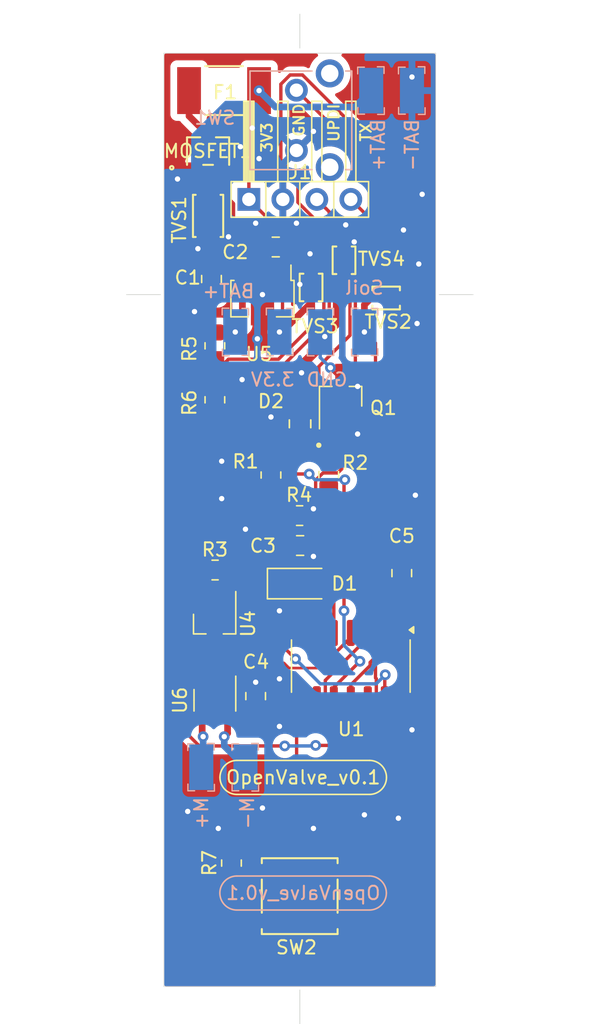
<source format=kicad_pcb>
(kicad_pcb (version 20241229) (generator "pcbnew") (generator_version "9.0")
  (layers (0 "F.Cu" signal) (2 "B.Cu" signal) (13 "F.Paste" user) (15 "B.Paste" user) (5 "F.SilkS" user "F.Silkscreen") (7 "B.SilkS" user "B.Silkscreen") (1 "F.Mask" user) (3 "B.Mask" user) (25 "Edge.Cuts" user))
  (net 0 "")
  (net 1 "+BATT")
  (net 2 "GND")
  (net 3 "+3V3")
  (net 4 "/CurrentSensing")
  (net 5 "/UPDI")
  (net 6 "/UART_TX")
  (net 7 "/Soilmoisture")
  (net 8 "/SoilSensorOn")
  (net 9 "/LED_G")
  (net 10 "/LED_R")
  (net 11 "/BatterySensing")
  (net 12 "/MotorStop")
  (net 13 "/Motor-")
  (net 14 "/Motor+")
  (net 15 "/Hall")
  (net 16 "Net-(U4-Vs-)")
  (net 17 "Net-(J5-Pin_1)")
  (net 18 "Net-(J7-Pin_1)")
  (net 19 "Net-(J8-Pin_1)")
  (net 20 "Net-(D2-Pad1)")
  (net 21 "Net-(D2-Pad3)")
  (net 22 "Net-(J3-Pin_1)")
  (net 25 "Net-(F1-Pad2)")
  (footprint "SOT23:PinHeader_1x04_P2.54mm_Horizontal_spezial" (layer "F.Cu") (at 128.27 78.232 90)
    (property "Reference" "J1" (at 2.032 3.822 180) (layer "F.SilkS"))
    (property "Value" "0022232041")
    (pad "1" thru_hole rect (at 0 0 90) (size 1.7 1.7) (drill 1) (layers "*.Cu" "*.Mask") (net 3 "+3V3"))
    (pad "2" thru_hole oval (at 0 2.54 90) (size 1.7 1.7) (drill 1) (layers "*.Cu" "*.Mask") (net 2 "GND"))
    (pad "3" thru_hole oval (at 0 5.08 90) (size 1.7 1.7) (drill 1) (layers "*.Cu" "*.Mask") (net 5 "/UPDI"))
    (pad "4" thru_hole oval (at 0 7.62 90) (size 1.7 1.7) (drill 1) (layers "*.Cu" "*.Mask") (net 6 "/UART_TX"))
  )
  (footprint "Package_TO_SOT_SMD:SOT-23_Handsoldering" (layer "F.Cu") (at 135.128 92.964 90)
    (property "Reference" "Q1" (at -0.846 3.192 180) (layer "F.SilkS"))
    (property "Value" "2N7002K-AU_R1_000A2")
    (pad "1" smd rect (at -1.5 -0.95 90) (size 1.9 0.8) (layers "F.Cu" "F.Mask" "F.Paste") (net 8 "/SoilSensorOn"))
    (pad "2" smd rect (at -1.5 0.95 90) (size 1.9 0.8) (layers "F.Cu" "F.Mask" "F.Paste") (net 2 "GND"))
    (pad "3" smd rect (at 1.5 0 90) (size 1.9 0.8) (layers "F.Cu" "F.Mask" "F.Paste") (net 17 "Net-(J5-Pin_1)"))
  )
  (footprint "Resistor_SMD:R_0805_2012Metric_Pad1.20x1.40mm_HandSolder" (layer "F.Cu") (at 129.921 98.822 -90)
    (property "Reference" "R1" (at -1.012 1.901 0) (layer "F.SilkS"))
    (property "Value" "62 Ohm")
    (pad "1" smd roundrect (at -1 0 270) (size 1.2 1.4) (layers "F.Cu" "F.Mask" "F.Paste") (roundrect_rratio 0.2083333333) (net 21 "Net-(D2-Pad3)"))
    (pad "2" smd roundrect (at 1 0 270) (size 1.2 1.4) (layers "F.Cu" "F.Mask" "F.Paste") (roundrect_rratio 0.2083333333) (net 9 "/LED_G"))
  )
  (footprint "Resistor_SMD:R_0805_2012Metric_Pad1.20x1.40mm_HandSolder" (layer "F.Cu") (at 125.73 89.17 -90)
    (property "Reference" "R5" (at 0.227064 1.905 270) (layer "F.SilkS"))
    (property "Value" "2M")
    (pad "1" smd roundrect (at -1 0 270) (size 1.2 1.4) (layers "F.Cu" "F.Mask" "F.Paste") (roundrect_rratio 0.2083333333) (net 1 "+BATT"))
    (pad "2" smd roundrect (at 1 0 270) (size 1.2 1.4) (layers "F.Cu" "F.Mask" "F.Paste") (roundrect_rratio 0.2083333333) (net 11 "/BatterySensing"))
  )
  (footprint "Resistor_SMD:R_0805_2012Metric_Pad1.20x1.40mm_HandSolder" (layer "F.Cu") (at 134.239 98.79 -90)
    (property "Reference" "R2" (at -0.88 -1.981 180) (layer "F.SilkS"))
    (property "Value" "100 Ohm")
    (pad "1" smd roundrect (at -1 0 270) (size 1.2 1.4) (layers "F.Cu" "F.Mask" "F.Paste") (roundrect_rratio 0.2083333333) (net 20 "Net-(D2-Pad1)"))
    (pad "2" smd roundrect (at 1 0 270) (size 1.2 1.4) (layers "F.Cu" "F.Mask" "F.Paste") (roundrect_rratio 0.2083333333) (net 10 "/LED_R"))
  )
  (footprint "Package_SO:SOIC-14_3.9x8.7mm_P1.27mm" (layer "F.Cu") (at 135.89 113.095 -90)
    (property "Reference" "U1" (at 4.715 -0.03 180) (layer "F.SilkS"))
    (property "Value" "ATtiny804-SS")
    (pad "1" smd roundrect (at -2.475 -3.81 270) (size 1.95 0.6) (layers "F.Cu" "F.Mask" "F.Paste") (net 3 "+3V3"))
    (pad "2" smd roundrect (at -2.475 -2.54 270) (size 1.95 0.6) (layers "F.Cu" "F.Mask" "F.Paste") (net 11 "/BatterySensing"))
    (pad "3" smd roundrect (at -2.475 -1.27 270) (size 1.95 0.6) (layers "F.Cu" "F.Mask" "F.Paste") (net 12 "/MotorStop"))
    (pad "4" smd roundrect (at -2.475 0 270) (size 1.95 0.6) (layers "F.Cu" "F.Mask" "F.Paste") (net 13 "/Motor-"))
    (pad "5" smd roundrect (at -2.475 1.27 270) (size 1.95 0.6) (layers "F.Cu" "F.Mask" "F.Paste") (net 10 "/LED_R"))
    (pad "6" smd roundrect (at -2.475 2.54 270) (size 1.95 0.6) (layers "F.Cu" "F.Mask" "F.Paste") (net 9 "/LED_G"))
    (pad "7" smd roundrect (at -2.475 3.81 270) (size 1.95 0.6) (layers "F.Cu" "F.Mask" "F.Paste") (net 6 "/UART_TX"))
    (pad "8" smd roundrect (at 2.475 3.81 270) (size 1.95 0.6) (layers "F.Cu" "F.Mask" "F.Paste") (net 14 "/Motor+"))
    (pad "9" smd roundrect (at 2.475 2.54 270) (size 1.95 0.6) (layers "F.Cu" "F.Mask" "F.Paste") (net 15 "/Hall"))
    (pad "10" smd roundrect (at 2.475 1.27 270) (size 1.95 0.6) (layers "F.Cu" "F.Mask" "F.Paste") (net 5 "/UPDI"))
    (pad "11" smd roundrect (at 2.475 0 270) (size 1.95 0.6) (layers "F.Cu" "F.Mask" "F.Paste") (net 7 "/Soilmoisture"))
    (pad "12" smd roundrect (at 2.475 -1.27 270) (size 1.95 0.6) (layers "F.Cu" "F.Mask" "F.Paste") (net 8 "/SoilSensorOn"))
    (pad "13" smd roundrect (at 2.475 -2.54 270) (size 1.95 0.6) (layers "F.Cu" "F.Mask" "F.Paste") (net 4 "/CurrentSensing"))
    (pad "14" smd roundrect (at 2.475 -3.81 270) (size 1.95 0.6) (layers "F.Cu" "F.Mask" "F.Paste") (net 2 "GND"))
  )
  (footprint "Resistor_SMD:R_0805_2012Metric_Pad1.20x1.40mm_HandSolder" (layer "F.Cu") (at 125.73 93.202 -90)
    (property "Reference" "R6" (at 0.227064 1.905 270) (layer "F.SilkS"))
    (property "Value" "1M")
    (pad "1" smd roundrect (at -1 0 270) (size 1.2 1.4) (layers "F.Cu" "F.Mask" "F.Paste") (roundrect_rratio 0.2083333333) (net 11 "/BatterySensing"))
    (pad "2" smd roundrect (at 1 0 270) (size 1.2 1.4) (layers "F.Cu" "F.Mask" "F.Paste") (roundrect_rratio 0.2083333333) (net 2 "GND"))
  )
  (footprint "Package_TO_SOT_SMD:SOT-89-3" (layer "F.Cu") (at 129.286 85.344 -90)
    (property "Reference" "U5" (at 4.445 0.254 0) (layer "F.SilkS"))
    (property "Value" "AP7370-33Y-13")
    (pad "1" smd rect (at -1.65 -1.5 270) (size 1.3 0.9) (layers "F.Cu" "F.Mask" "F.Paste") (net 3 "+3V3"))
    (pad "2" smd custom (at -1.5625 0 270) (size 1.475 0.9) (layers "F.Cu" "F.Mask" "F.Paste") (net 2 "GND") (options (clearance outline) (anchor rect)) (primitives (gr_poly (pts (xy 0.7375 -0.8665) (xy 3.8625 -0.8665) (xy 3.8625 0.8665) (xy 0.7375 0.8665)) (width 0) (fill yes))))
    (pad "3" smd rect (at -1.65 1.5 270) (size 1.3 0.9) (layers "F.Cu" "F.Mask" "F.Paste") (net 1 "+BATT"))
  )
  (footprint "Capacitor_SMD:C_0805_2012Metric_Pad1.18x1.45mm_HandSolder" (layer "F.Cu") (at 125.476 84.1795 90)
    (property "Reference" "C1" (at 0.1055 -1.778 180) (layer "F.SilkS"))
    (property "Value" "1uF")
    (pad "1" smd roundrect (at -1.0375 0 90) (size 1.175 1.45) (layers "F.Cu" "F.Mask" "F.Paste") (roundrect_rratio 0.2127659574) (net 2 "GND"))
    (pad "2" smd roundrect (at 1.0375 0 90) (size 1.175 1.45) (layers "F.Cu" "F.Mask" "F.Paste") (roundrect_rratio 0.2127659574) (net 1 "+BATT"))
  )
  (footprint "Capacitor_SMD:C_0805_2012Metric_Pad1.18x1.45mm_HandSolder" (layer "F.Cu") (at 130.2805 81.788)
    (property "Reference" "C2" (at -3.0265 0.381 180) (layer "F.SilkS"))
    (property "Value" "1uF")
    (pad "1" smd roundrect (at -1.0375 0) (size 1.175 1.45) (layers "F.Cu" "F.Mask" "F.Paste") (roundrect_rratio 0.2127659574) (net 2 "GND"))
    (pad "2" smd roundrect (at 1.0375 0) (size 1.175 1.45) (layers "F.Cu" "F.Mask" "F.Paste") (roundrect_rratio 0.2127659574) (net 3 "+3V3"))
  )
  (footprint "Capacitor_SMD:C_0805_2012Metric_Pad1.18x1.45mm_HandSolder" (layer "F.Cu") (at 128.778 115.3375 -90)
    (property "Reference" "C4" (at -2.5615 -0.0254 0) (layer "F.SilkS"))
    (property "Value" "10uF")
    (pad "1" smd roundrect (at -1.0375 0 270) (size 1.175 1.45) (layers "F.Cu" "F.Mask" "F.Paste") (roundrect_rratio 0.2127659574) (net 2 "GND"))
    (pad "2" smd roundrect (at 1.0375 0 270) (size 1.175 1.45) (layers "F.Cu" "F.Mask" "F.Paste") (roundrect_rratio 0.2127659574) (net 16 "Net-(U4-Vs-)"))
  )
  (footprint "Package_TO_SOT_SMD:SOT-23-6" (layer "F.Cu") (at 125.73 115.65 -90)
    (property "Reference" "U6" (at 0 2.61 270) (layer "F.SilkS"))
    (property "Value" "MP6513GJ")
    (pad "1" smd roundrect (at -1.1375 -0.95 270) (size 1.325 0.6) (layers "F.Cu" "F.Mask" "F.Paste") (net 14 "/Motor+"))
    (pad "2" smd roundrect (at -1.1375 0 270) (size 1.325 0.6) (layers "F.Cu" "F.Mask" "F.Paste") (net 2 "GND"))
    (pad "3" smd roundrect (at -1.1375 0.95 270) (size 1.325 0.6) (layers "F.Cu" "F.Mask" "F.Paste") (net 13 "/Motor-"))
    (pad "4" smd roundrect (at 1.1375 0.95 270) (size 1.325 0.6) (layers "F.Cu" "F.Mask" "F.Paste") (net 19 "Net-(J8-Pin_1)"))
    (pad "5" smd roundrect (at 1.1375 0 270) (size 1.325 0.6) (layers "F.Cu" "F.Mask" "F.Paste") (net 16 "Net-(U4-Vs-)"))
    (pad "6" smd roundrect (at 1.1375 -0.95 270) (size 1.325 0.6) (layers "F.Cu" "F.Mask" "F.Paste") (net 18 "Net-(J7-Pin_1)"))
  )
  (footprint "Resistor_SMD:R_0805_2012Metric_Pad1.20x1.40mm_HandSolder" (layer "F.Cu") (at 125.746 105.918 180)
    (property "Reference" "R3" (at 0.016 1.524 180) (layer "F.SilkS"))
    (property "Value" "0.5 Ohm")
    (pad "1" smd roundrect (at -1 0 180) (size 1.2 1.4) (layers "F.Cu" "F.Mask" "F.Paste") (roundrect_rratio 0.2083333333) (net 16 "Net-(U4-Vs-)"))
    (pad "2" smd roundrect (at 1 0 180) (size 1.2 1.4) (layers "F.Cu" "F.Mask" "F.Paste") (roundrect_rratio 0.2083333333) (net 1 "+BATT"))
  )
  (footprint "Capacitor_SMD:C_0805_2012Metric_Pad1.18x1.45mm_HandSolder" (layer "F.Cu") (at 132.1015 104.0892 180)
    (property "Reference" "C3" (at 2.7815 -0.0208 0) (layer "F.SilkS"))
    (property "Value" "100nF")
    (pad "1" smd roundrect (at -1.0375 0 180) (size 1.175 1.45) (layers "F.Cu" "F.Mask" "F.Paste") (roundrect_rratio 0.2127659574) (net 2 "GND"))
    (pad "2" smd roundrect (at 1.0375 0 180) (size 1.175 1.45) (layers "F.Cu" "F.Mask" "F.Paste") (roundrect_rratio 0.2127659574) (net 4 "/CurrentSensing"))
  )
  (footprint "Resistor_SMD:R_0805_2012Metric_Pad1.20x1.40mm_HandSolder" (layer "F.Cu") (at 132.064 101.854 180)
    (property "Reference" "R4" (at 0.044 1.544 0) (layer "F.SilkS"))
    (property "Value" "665 Ohm")
    (pad "1" smd roundrect (at -1 0 180) (size 1.2 1.4) (layers "F.Cu" "F.Mask" "F.Paste") (roundrect_rratio 0.2083333333) (net 2 "GND"))
    (pad "2" smd roundrect (at 1 0 180) (size 1.2 1.4) (layers "F.Cu" "F.Mask" "F.Paste") (roundrect_rratio 0.2083333333) (net 4 "/CurrentSensing"))
  )
  (footprint "ZXCT1009F:SOT-23_Handsoldering_ZXCT1009F" (layer "F.Cu") (at 125.7116 109.9302 -90)
    (property "Reference" "U4" (at 0 -2.5 270) (layer "F.SilkS"))
    (property "Value" "ZXCT1009F")
    (pad "1" smd rect (at 1.5 0 270) (size 1.9 0.8) (layers "F.Cu" "F.Mask" "F.Paste") (net 4 "/CurrentSensing"))
    (pad "2" smd rect (at -1.5 0.95 270) (size 1.9 0.8) (layers "F.Cu" "F.Mask" "F.Paste") (net 1 "+BATT"))
    (pad "3" smd rect (at -1.5 -0.95 270) (size 1.9 0.8) (layers "F.Cu" "F.Mask" "F.Paste") (net 16 "Net-(U4-Vs-)"))
  )
  (footprint "SOT23:SOT-23F_TOS" (layer "F.Cu") (at 125.222 74.6219)
    (property "Reference" "MOSFET1" (at 0 0 0) (layer "F.SilkS"))
    (property "Value" "SSM3J338R_LF")
    (pad "1" smd rect (at -0.950001 1.1) (size 0.5 0.6) (layers "F.Cu" "F.Mask" "F.Paste") (net 2 "GND"))
    (pad "2" smd rect (at 0.95 1.1) (size 0.5 0.6) (layers "F.Cu" "F.Mask" "F.Paste") (net 1 "+BATT"))
    (pad "3" smd rect (at 0 -1.1) (size 0.5 0.6) (layers "F.Cu" "F.Mask" "F.Paste") (net 25 "Net-(F1-Pad2)"))
  )
  (footprint "ESDA041-1JY:CR_041-1JY_STM" (layer "F.Cu") (at 135.382 82.7786 -90)
    (property "Reference" "TVS4" (at -0.1016 -2.794 0) (layer "F.SilkS"))
    (property "Value" "ESDA041-1JY")
    (pad "1" smd rect (at -1.15 0 270) (size 1 0.6) (layers "F.Cu" "F.Mask" "F.Paste") (net 2 "GND"))
    (pad "2" smd rect (at 1.15 0 270) (size 1 0.6) (layers "F.Cu" "F.Mask" "F.Paste") (net 17 "Net-(J5-Pin_1)"))
  )
  (footprint "SMF13A:SMFSeries_LTF" (layer "F.Cu") (at 125.222 79.4639 90)
    (property "Reference" "TVS1" (at -0.2921 -2.159 90) (layer "F.SilkS"))
    (property "Value" "SMF13A")
    (pad "1" smd rect (at -1.45 0 90) (size 1.3 1.4) (layers "F.Cu" "F.Mask" "F.Paste") (net 2 "GND"))
    (pad "2" smd rect (at 1.45 0 90) (size 1.3 1.4) (layers "F.Cu" "F.Mask" "F.Paste") (net 1 "+BATT"))
    (zone (net 0) (net_name "") (layer "F.Cu") (connect_pads (clearance 0)) (min_thickness 0.254)
      (keepout (tracks not_allowed) (vias not_allowed) (pads allowed) (copperpour not_allowed) (footprints allowed))
      (fill (thermal_gap 0.508) (thermal_bridge_width 0.508))
      (polygon (pts (xy 124.2695 80.4799) (xy 124.2695 78.4479) (xy 126.1745 78.4479) (xy 126.1745 80.4799)))
    )
  )
  (footprint "LED_SMD:LED_1206_3216Metric_Pad1.42x1.75mm_HandSolder" (layer "F.Cu") (at 132.1165 106.934)
    (property "Reference" "D1" (at 3.3035 0 0) (layer "F.SilkS"))
    (property "Value" "APTD3216QBC/D")
    (pad "1" smd roundrect (at -1.4875 0) (size 1.425 1.75) (layers "F.Cu" "F.Mask" "F.Paste") (roundrect_rratio 0.175439) (net 2 "GND"))
    (pad "2" smd roundrect (at 1.4875 0) (size 1.425 1.75) (layers "F.Cu" "F.Mask" "F.Paste") (roundrect_rratio 0.175439) (net 6 "/UART_TX"))
  )
  (footprint "PTS526_SK15_SMTR2_LFS:PTS526SK15SMTR2 LFS-M" (layer "F.Cu") (at 132.07 130.28 180)
    (property "Reference" "SW2" (at 0.244 -3.832 0) (layer "F.SilkS"))
    (property "Value" "PTS526 SM15 SMTR2 LFS")
    (pad "1" smd rect (at -3 -1.85 180) (size 1 0.7) (layers "F.Cu" "F.Mask" "F.Paste"))
    (pad "2" smd rect (at 3 -1.85 180) (size 1 0.7) (layers "F.Cu" "F.Mask" "F.Paste") (net 3 "+3V3"))
    (pad "3" smd rect (at -3 1.85 180) (size 1 0.7) (layers "F.Cu" "F.Mask" "F.Paste"))
    (pad "4" smd rect (at 3 1.85 180) (size 1 0.7) (layers "F.Cu" "F.Mask" "F.Paste") (net 15 "/Hall"))
  )
  (footprint "0ZCG0075FF2C:0ZCG0075FF2C" (layer "F.Cu") (at 126.4158 70.104 180)
    (property "Reference" "F1" (at -0.0762 -0.127 0) (layer "F.SilkS"))
    (property "Value" "0ZCG0075FF2C")
    (pad "1" smd rect (at -2.6162 0 180) (size 1.778 3.5052) (layers "F.Cu" "F.Mask" "F.Paste") (net 22 "Net-(J3-Pin_1)"))
    (pad "2" smd rect (at 2.6162 0 180) (size 1.778 3.5052) (layers "F.Cu" "F.Mask" "F.Paste") (net 25 "Net-(F1-Pad2)"))
    (zone (net 0) (net_name "") (layer "F.Cu") (connect_pads (clearance 0)) (min_thickness 0.254)
      (keepout (tracks not_allowed) (vias not_allowed) (pads allowed) (copperpour not_allowed) (footprints allowed))
      (fill (thermal_gap 0.508) (thermal_bridge_width 0.508))
      (polygon (pts (xy 128.0922 71.8058) (xy 124.7394 71.8058) (xy 124.7394 68.4022) (xy 128.0922 68.4022)))
    )
  )
  (footprint "ESDA041-1JY:CR_041-1JY_STM" (layer "F.Cu") (at 138.5316 85.598 180)
    (property "Reference" "TVS2" (at -0.1524 -1.778 0) (layer "F.SilkS"))
    (property "Value" "ESDA041-1JY")
    (pad "1" smd rect (at -1.15 0 180) (size 1 0.6) (layers "F.Cu" "F.Mask" "F.Paste") (net 2 "GND"))
    (pad "2" smd rect (at 1.15 0 180) (size 1 0.6) (layers "F.Cu" "F.Mask" "F.Paste") (net 7 "/Soilmoisture"))
  )
  (footprint "ESDA041-1JY:CR_041-1JY_STM" (layer "F.Cu") (at 132.92 84.8106 -90)
    (property "Reference" "TVS3" (at 2.8994 -0.3 0) (layer "F.SilkS"))
    (property "Value" "ESDA041-1JY")
    (pad "1" smd rect (at -1.15 0 270) (size 1 0.6) (layers "F.Cu" "F.Mask" "F.Paste") (net 2 "GND"))
    (pad "2" smd rect (at 1.15 0 270) (size 1 0.6) (layers "F.Cu" "F.Mask" "F.Paste") (net 3 "+3V3"))
  )
  (footprint "Capacitor_SMD:C_0805_2012Metric_Pad1.18x1.45mm_HandSolder" (layer "F.Cu") (at 139.7 106.1505 -90)
    (property "Reference" "C5" (at -2.7725 0 180) (layer "F.SilkS"))
    (property "Value" "1uF")
    (pad "1" smd roundrect (at -1.0375 0 270) (size 1.175 1.45) (layers "F.Cu" "F.Mask" "F.Paste") (roundrect_rratio 0.2127659574) (net 2 "GND"))
    (pad "2" smd roundrect (at 1.0375 0 270) (size 1.175 1.45) (layers "F.Cu" "F.Mask" "F.Paste") (roundrect_rratio 0.2127659574) (net 3 "+3V3"))
  )
  (footprint "XZMDKVG55W-8:LED_XZMDKVG55W-8" (layer "F.Cu") (at 132.097 94.996 180)
    (property "Reference" "D2" (at 2.177 1.686 0) (layer "F.SilkS"))
    (property "Value" "XZMDKVG55W-8")
    (pad "1" smd rect (at -0.525 -1.6 270) (size 2 0.55) (layers "F.Cu" "F.Mask" "F.Paste") (net 20 "Net-(D2-Pad1)"))
    (pad "2" smd rect (at -0.525 1.6 270) (size 2 0.55) (layers "F.Cu" "F.Mask" "F.Paste") (net 2 "GND"))
    (pad "3" smd rect (at 0.525 -1.6 270) (size 2 0.55) (layers "F.Cu" "F.Mask" "F.Paste") (net 21 "Net-(D2-Pad3)"))
    (pad "4" smd rect (at 0.525 1.6 270) (size 2 0.55) (layers "F.Cu" "F.Mask" "F.Paste") (net 2 "GND"))
  )
  (footprint "Resistor_SMD:R_0805_2012Metric_Pad1.20x1.40mm_HandSolder" (layer "F.Cu") (at 126.97 127.81 90)
    (property "Reference" "R7" (at 0 -1.65 90) (layer "F.SilkS"))
    (property "Value" "10k")
    (pad "1" smd roundrect (at -1 0 90) (size 1.2 1.4) (layers "F.Cu" "F.Mask" "F.Paste") (roundrect_rratio 0.208333) (net 15 "/Hall"))
    (pad "2" smd roundrect (at 1 0 90) (size 1.2 1.4) (layers "F.Cu" "F.Mask" "F.Paste") (roundrect_rratio 0.208333) (net 2 "GND"))
  )
  (footprint "digikey-footprints:PROBE_PAD_1206" (layer "B.Cu") (at 140.462 70.104 -90)
    (property "Reference" "J2" (hide yes))
    (property "Value" "Conn_01x01_Male")
    (pad "1" smd rect (at 0 0 270) (size 3.4 1.8) (layers "B.Cu" "B.Mask" "B.Paste") (net 2 "GND"))
  )
  (footprint "digikey-footprints:PROBE_PAD_1206" (layer "B.Cu") (at 137.414 70.104 -90)
    (property "Reference" "J3" (hide yes))
    (property "Value" "Conn_01x01_Male")
    (pad "1" smd rect (at 0 0 270) (size 3.4 1.8) (layers "B.Cu" "B.Mask" "B.Paste") (net 22 "Net-(J3-Pin_1)"))
  )
  (footprint "digikey-footprints:PROBE_PAD_1206" (layer "B.Cu") (at 130.556 88.138 90)
    (property "Reference" "J4" (hide yes))
    (property "Value" "Conn_01x01_Male")
    (pad "1" smd rect (at 0 0 90) (size 3.4 1.8) (layers "B.Cu" "B.Mask" "B.Paste") (net 3 "+3V3"))
  )
  (footprint "digikey-footprints:PROBE_PAD_1206" (layer "B.Cu") (at 133.604 88.138 90)
    (property "Reference" "J5" (hide yes))
    (property "Value" "Conn_01x01_Male")
    (pad "1" smd rect (at 0 0 90) (size 3.4 1.8) (layers "B.Cu" "B.Mask" "B.Paste") (net 17 "Net-(J5-Pin_1)"))
  )
  (footprint "digikey-footprints:PROBE_PAD_1206" (layer "B.Cu") (at 136.906 88.138 90)
    (property "Reference" "J6" (hide yes))
    (property "Value" "Conn_01x01_Male")
    (pad "1" smd rect (at 0 0 90) (size 3.4 1.8) (layers "B.Cu" "B.Mask" "B.Paste") (net 7 "/Soilmoisture"))
  )
  (footprint "digikey-footprints:PROBE_PAD_1206" (layer "B.Cu") (at 124.714 120.65 -90)
    (property "Reference" "J8" (hide yes))
    (property "Value" "Conn_01x01_Male")
    (pad "1" smd rect (at 0 0 270) (size 3.4 1.8) (layers "B.Cu" "B.Mask" "B.Paste") (net 19 "Net-(J8-Pin_1)"))
  )
  (footprint "digikey-footprints:PROBE_PAD_1206" (layer "B.Cu") (at 128.016 120.65 -90)
    (property "Reference" "J7" (hide yes))
    (property "Value" "Conn_01x01_Male")
    (pad "1" smd rect (at 0 0 270) (size 3.4 1.8) (layers "B.Cu" "B.Mask" "B.Paste") (net 18 "Net-(J7-Pin_1)"))
  )
  (footprint "1825027-2:1825027-2" (layer "B.Cu") (at 131.826 74.5744 90)
    (property "Reference" "SW1" (at 2.4384 -6.096 180) (layer "B.SilkS") (effects (justify mirror)))
    (property "Value" "SW_Push" (hide yes))
    (pad "1" thru_hole circle (at 0 0 90) (size 1.7 1.7) (drill 1) (layers "*.Cu" "*.Mask") (net 2 "GND"))
    (pad "2" thru_hole circle (at 4.500001 0 90) (size 1.7 1.7) (drill 1) (layers "*.Cu" "*.Mask") (net 12 "/MotorStop"))
    (pad "3" thru_hole circle (at -1.255 2.490299 90) (size 2.1 2.1) (drill 1.3) (layers "*.Cu" "*.Mask"))
    (pad "4" thru_hole circle (at 5.755001 2.490299 90) (size 2.1 2.1) (drill 1.3) (layers "*.Cu" "*.Mask"))
  )
  (footprint "digikey-footprints:PROBE_PAD_1206" (layer "B.Cu") (at 127.254 88.138 90)
    (property "Reference" "J9" (hide yes))
    (property "Value" "Conn_01x01_Male")
    (pad "1" smd rect (at 0 0 90) (size 3.4 1.8) (layers "B.Cu" "B.Mask" "B.Paste") (net 1 "+BATT"))
  )
  (gr_arc (start 127.381 122.682) (mid 126.482974 122.310026) (end 126.111 121.412) (stroke (width 0.12)) (layer "F.SilkS"))
  (gr_arc (start 138.557 121.412) (mid 138.185026 122.310026) (end 137.287 122.682) (stroke (width 0.12)) (layer "F.SilkS"))
  (gr_line (start 137.287 120.142) (end 127.381 120.142) (stroke (width 0.12)) (layer "F.SilkS"))
  (gr_line (start 127.381 122.682) (end 137.287 122.682) (stroke (width 0.12)) (layer "F.SilkS"))
  (gr_arc (start 137.287 120.142) (mid 138.185026 120.513974) (end 138.557 121.412) (stroke (width 0.12)) (layer "F.SilkS"))
  (gr_arc (start 126.111 121.412) (mid 126.482974 120.513974) (end 127.381 120.142) (stroke (width 0.12)) (layer "F.SilkS"))
  (gr_arc (start 138.547974 130.048) (mid 138.176 130.946026) (end 137.277974 131.318) (stroke (width 0.12)) (layer "B.SilkS"))
  (gr_arc (start 127.371974 131.318) (mid 126.473948 130.946026) (end 126.101974 130.048) (stroke (width 0.12)) (layer "B.SilkS"))
  (gr_line (start 137.277974 131.318) (end 127.371974 131.318) (stroke (width 0.12)) (layer "B.SilkS"))
  (gr_arc (start 137.277974 128.778) (mid 138.176 129.149974) (end 138.547974 130.048) (stroke (width 0.12)) (layer "B.SilkS"))
  (gr_line (start 127.371974 128.778) (end 137.277974 128.778) (stroke (width 0.12)) (layer "B.SilkS"))
  (gr_arc (start 126.101974 130.048) (mid 126.473948 129.149974) (end 127.371974 128.778) (stroke (width 0.12)) (layer "B.SilkS"))
  (gr_line (start 121.92 137.033) (end 121.92 67.31) (stroke (width 0.05)) (layer "Edge.Cuts"))
  (gr_line (start 121.666 85.344) (end 119.126 85.344) (stroke (width 0.05588)) (layer "Edge.Cuts"))
  (gr_line (start 132.08 66.929) (end 132.08 64.389) (stroke (width 0.05588)) (layer "Edge.Cuts"))
  (gr_line (start 142.24 137.033) (end 121.92 137.033) (stroke (width 0.05)) (layer "Edge.Cuts"))
  (gr_line (start 145.034 85.344) (end 142.494 85.344) (stroke (width 0.05588)) (layer "Edge.Cuts"))
  (gr_line (start 132.08 139.827) (end 132.08 137.287) (stroke (width 0.05588)) (layer "Edge.Cuts"))
  (gr_line (start 142.24 67.31) (end 142.24 137.033) (stroke (width 0.05)) (layer "Edge.Cuts"))
  (gr_line (start 121.92 67.31) (end 142.24 67.31) (stroke (width 0.05)) (layer "Edge.Cuts"))
  (gr_text "TX" (at 137.02 73.21 90) (layer "F.SilkS") (effects (font (size 0.8 0.8))))
  (gr_text "GND" (at 132.02 72.31 90) (layer "F.SilkS") (effects (font (size 0.8 0.8))))
  (gr_text "3V3" (at 129.62 73.61 90) (layer "F.SilkS") (effects (font (size 0.8 0.8))))
  (gr_text "OpenValve_v0.1" (at 132.334 121.412 0) (layer "F.SilkS") (effects (font (size 1 1))))
  (gr_text "UPDI" (at 134.62 72.51 90) (layer "F.SilkS") (effects (font (size 0.8 0.8))))
  (gr_text "GND" (at 134.112 91.694 0) (layer "B.SilkS") (effects (font (size 1 1)) (justify mirror)))
  (gr_text "3.3V" (at 130.048 91.694 0) (layer "B.SilkS") (effects (font (size 1 1)) (justify mirror)))
  (gr_text "M-" (at 128.143 124.079 -270) (layer "B.SilkS") (effects (font (size 1 1)) (justify mirror)))
  (gr_text "BAT+" (at 126.746 85.09 0) (layer "B.SilkS") (effects (font (size 1 1)) (justify mirror)))
  (gr_text "Soil" (at 136.906 84.836 0) (layer "B.SilkS") (effects (font (size 1 1)) (justify mirror)))
  (gr_text "M+" (at 124.714 124.079 -270) (layer "B.SilkS") (effects (font (size 1 1)) (justify mirror)))
  (gr_text "BAT+" (at 137.922 74.168 90) (layer "B.SilkS") (effects (font (size 1 1)) (justify mirror)))
  (gr_text "BAT-" (at 140.462 74.168 90) (layer "B.SilkS") (effects (font (size 1 1)) (justify mirror)))
  (gr_text "OpenValve_v0.1" (at 132.334 130.048 0) (layer "B.SilkS") (effects (font (size 1 1)) (justify mirror)))
  (segment (start 124.421 89.479) (end 124.421 105.593) (width 0.5) (layer "F.Cu") (net 1))
  (segment (start 127.254 88.138) (end 127.254 87.884) (width 0.25) (layer "F.Cu") (net 1))
  (segment (start 124.7616 105.9336) (end 124.746 105.918) (width 0.25) (layer "F.Cu") (net 1))
  (segment (start 127 78.5919) (end 127 80.147214) (width 0.5) (layer "F.Cu") (net 1))
  (segment (start 126.422 78.0139) (end 127 78.5919) (width 0.5) (layer "F.Cu") (net 1))
  (segment (start 126.172001 75.8157) (end 126.172001 77.063899) (width 0.5) (layer "F.Cu") (net 1))
  (segment (start 127.636 83.694) (end 127.084 83.142) (width 0.25) (layer "F.Cu") (net 1))
  (segment (start 124.7616 108.4302) (end 124.7616 105.9336) (width 0.25) (layer "F.Cu") (net 1))
  (segment (start 125.222 78.0139) (end 126.422 78.0139) (width 0.5) (layer "F.Cu") (net 1))
  (segment (start 125.73 88.17) (end 124.421 89.479) (width 0.5) (layer "F.Cu") (net 1))
  (segment (start 126.172001 77.063899) (end 125.222 78.0139) (width 0.5) (layer "F.Cu") (net 1))
  (segment (start 127.786 83.694) (end 127.786 87.606) (width 0.5) (layer "F.Cu") (net 1))
  (segment (start 127.786 83.694) (end 127.636 83.694) (width 0.25) (layer "F.Cu") (net 1))
  (segment (start 127.084 83.142) (end 125.476 83.142) (width 0.25) (layer "F.Cu") (net 1))
  (segment (start 125.762 88.138) (end 125.73 88.17) (width 0.5) (layer "F.Cu") (net 1))
  (segment (start 127.786 87.606) (end 127.254 88.138) (width 0.5) (layer "F.Cu") (net 1))
  (segment (start 127.734 83.142) (end 127.786 83.194) (width 0.25) (layer "F.Cu") (net 1))
  (segment (start 127.786 80.933214) (end 127.786 83.694) (width 0.5) (layer "F.Cu") (net 1))
  (segment (start 127 80.147214) (end 127.786 80.933214) (width 0.5) (layer "F.Cu") (net 1))
  (segment (start 127.254 88.138) (end 125.762 88.138) (width 0.5) (layer "F.Cu") (net 1))
  (segment (start 124.421 105.593) (end 124.746 105.918) (width 0.5) (layer "F.Cu") (net 1))
  (via (at 127.254 88.138) (size 0.8) (drill 0.4) (layers "F.Cu" "B.Cu") (net 1))
  (segment (start 135.382 81.661) (end 135.89 81.661) (width 0.5) (layer "F.Cu") (net 2))
  (segment (start 127.927 113.449) (end 128.778 114.3) (width 0.5) (layer "F.Cu") (net 2))
  (segment (start 136.398 92.202) (end 136.398 94.144) (width 0.25) (layer "F.Cu") (net 2))
  (segment (start 136.398 94.144) (end 136.078 94.464) (width 0.25) (layer "F.Cu") (net 2))
  (segment (start 136.078 94.464) (end 136.078 95.438) (width 0.25) (layer "F.Cu") (net 2))
  (segment (start 139.7 115.57) (end 140.7 114.57) (width 0.25) (layer "F.Cu") (net 2))
  (segment (start 133.096 104.902) (end 133.096 104.1322) (width 0.25) (layer "F.Cu") (net 2))
  (segment (start 130.629 106.934) (end 130.629 108.893) (width 0.25) (layer "F.Cu") (net 2))
  (segment (start 140.7 106.113) (end 139.7 105.113) (width 0.25) (layer "F.Cu") (net 2))
  (segment (start 125.73 114.5125) (end 125.73 113.850001) (width 0.5) (layer "F.Cu") (net 2))
  (segment (start 126.131001 113.449) (end 127.927 113.449) (width 0.5) (layer "F.Cu") (net 2))
  (segment (start 131.826 74.5744) (end 131.826 74.422) (width 0.25) (layer "F.Cu") (net 2))
  (segment (start 125.73 113.850001) (end 126.131001 113.449) (width 0.5) (layer "F.Cu") (net 2))
  (segment (start 140.7 114.57) (end 140.7 106.113) (width 0.25) (layer "F.Cu") (net 2))
  (segment (start 124.46 81.8388) (end 125.222 81.0768) (width 0.25) (layer "F.Cu") (net 2))
  (segment (start 125.222 81.0768) (end 125.222 80.6059) (width 0.25) (layer "F.Cu") (net 2))
  (segment (start 133.096 101.822) (end 133.064 101.854) (width 0.25) (layer "F.Cu") (net 2))
  (segment (start 131.826 74.422) (end 133.096 73.152) (width 0.25) (layer "F.Cu") (net 2))
  (segment (start 124.46 81.915) (end 124.46 81.8388) (width 0.25) (layer "F.Cu") (net 2))
  (segment (start 133.096 101.346) (end 133.096 101.822) (width 0.25) (layer "F.Cu") (net 2))
  (segment (start 140.208 119.888) (end 139.954 119.634) (width 0.25) (layer "F.Cu") (net 2))
  (segment (start 136.078 95.438) (end 136.398 95.758) (width 0.25) (layer "F.Cu") (net 2))
  (segment (start 135.89 81.661) (end 136.144 81.407) (width 0.5) (layer "F.Cu") (net 2))
  (segment (start 133.096 104.1322) (end 133.139 104.0892) (width 0.25) (layer "F.Cu") (net 2))
  (segment (start 130.629 108.893) (end 130.556 108.966) (width 0.25) (layer "F.Cu") (net 2))
  (via (at 141.224 77.851) (size 0.8) (drill 0.4) (layers "F.Cu" "B.Cu") (net 2))
  (via (at 128.016 102.87) (size 0.8) (drill 0.4) (layers "F.Cu" "B.Cu") (net 2))
  (via (at 128.778 114.3) (size 0.8) (drill 0.4) (layers "F.Cu" "B.Cu") (net 2))
  (via (at 131.826 80.01) (size 0.8) (drill 0.4) (layers "F.Cu" "B.Cu") (net 2))
  (via (at 133.096 104.902) (size 0.8) (drill 0.4) (layers "F.Cu" "B.Cu") (net 2))
  (via (at 139.827 80.518) (size 0.8) (drill 0.4) (layers "F.Cu" "B.Cu") (net 2))
  (via (at 130.556 108.966) (size 0.8) (drill 0.4) (layers "F.Cu" "B.Cu") (net 2))
  (via (at 140.843 87.503) (size 0.8) (drill 0.4) (layers "F.Cu" "B.Cu") (net 2))
  (via (at 132.207 91.186) (size 0.8) (drill 0.4) (layers "F.Cu" "B.Cu") (net 2))
  (via (at 129.921 94.488) (size 0.8) (drill 0.4) (layers "F.Cu" "B.Cu") (net 2))
  (via (at 133.096 73.152) (size 0.8) (drill 0.4) (layers "F.Cu" "B.Cu") (net 2))
  (via (at 130.556 114.046) (size 0.8) (drill 0.4) (layers "F.Cu" "B.Cu") (net 2))
  (via (at 136.398 92.202) (size 0.8) (drill 0.4) (layers "F.Cu" "B.Cu") (net 2))
  (via (at 132.842 82.296) (size 0.8) (drill 0.4) (layers "F.Cu" "B.Cu") (net 2))
  (via (at 122.936 76.708) (size 0.8) (drill 0.4) (layers "F.Cu" "B.Cu") (net 2))
  (via (at 129.286 85.344) (size 0.8) (drill 0.4) (layers "F.Cu" "B.Cu") (net 2))
  (via (at 127.762 91.694) (size 0.8) (drill 0.4) (layers "F.Cu" "B.Cu") (net 2))
  (via (at 129.286 123.698) (size 0.8) (drill 0.4) (layers "F.Cu" "B.Cu") (net 2))
  (via (at 126.238 97.79) (size 0.8) (drill 0.4) (layers "F.Cu" "B.Cu") (net 2))
  (via (at 124.46 81.915) (size 0.8) (drill 0.4) (layers "F.Cu" "B.Cu") (net 2))
  (via (at 129.032 75.184) (size 0.8) (drill 0.4) (layers "F.Cu" "B.Cu") (net 2))
  (via (at 140.97 83.058) (size 0.8) (drill 0.4) (layers "F.Cu" "B.Cu") (net 2))
  (via (at 123.698 123.952) (size 0.8) (drill 0.4) (layers "F.Cu" "B.Cu") (net 2))
  (via (at 126.238 100.584) (size 0.8) (drill 0.4) (layers "F.Cu" "B.Cu") (net 2))
  (via (at 135.509 80.137) (size 0.8) (drill 0.4) (layers "F.Cu" "B.Cu") (net 2))
  (via (at 132.08 84.582) (size 0.8) (drill 0.4) (layers "F.Cu" "B.Cu") (net 2))
  (via (at 128.524 72.898) (size 0.8) (drill 0.4) (layers "F.Cu" "B.Cu") (net 2))
  (via (at 128.905 88.646) (size 0.8) (drill 0.4) (layers "F.Cu" "B.Cu") (net 2))
  (via (at 136.398 95.758) (size 0.8) (drill 0.4) (layers "F.Cu" "B.Cu") (net 2))
  (via (at 140.716 100.33) (size 0.8) (drill 0.4) (layers "F.Cu" "B.Cu") (net 2))
  (via (at 139.446 124.46) (size 0.8) (drill 0.4) (layers "F.Cu" "B.Cu") (net 2))
  (via (at 140.462 117.856) (size 0.8) (drill 0.4) (layers "F.Cu" "B.Cu") (net 2))
  (via (at 125.984 125.222) (size 0.8) (drill 0.4) (layers "F.Cu" "B.Cu") (net 2))
  (via (at 140.462 69.088) (size 0.8) (drill 0.4) (layers "F.Cu" "B.Cu") (net 2))
  (via (at 128.778 80.01) (size 0.8) (drill 0.4) (layers "F.Cu" "B.Cu") (net 2))
  (via (at 130.556 117.602) (size 0.8) (drill 0.4) (layers "F.Cu" "B.Cu") (net 2))
  (via (at 127.635 74.295) (size 0.8) (drill 0.4) (layers "F.Cu" "B.Cu") (net 2))
  (via (at 136.906 124.206) (size 0.8) (drill 0.4) (layers "F.Cu" "B.Cu") (net 2))
  (via (at 136.144 81.407) (size 0.8) (drill 0.4) (layers "F.Cu" "B.Cu") (net 2))
  (via (at 133.096 125.222) (size 0.8) (drill 0.4) (layers "F.Cu" "B.Cu") (net 2))
  (via (at 124.206 86.614) (size 0.8) (drill 0.4) (layers "F.Cu" "B.Cu") (net 2))
  (via (at 126.746 81.026) (size 0.8) (drill 0.4) (layers "F.Cu" "B.Cu") (net 2))
  (via (at 133.096 101.346) (size 0.8) (drill 0.4) (layers "F.Cu" "B.Cu") (net 2))
  (segment (start 140.462 70.104) (end 140.462 69.088) (width 0.25) (layer "B.Cu") (net 2))
  (segment (start 128.27 76.7179) (end 126.698 75.1459) (width 0.25) (layer "F.Cu") (net 3))
  (segment (start 137.795 117.3159) (end 136.29045 118.82045) (width 0.25) (layer "F.Cu") (net 3))
  (segment (start 123.0319 117.5293) (end 123.0319 78.3461) (width 0.25) (layer "F.Cu") (net 3))
  (segment (start 130.786 87.908) (end 130.556 88.138) (width 0.25) (layer "F.Cu") (net 3))
  (segment (start 136.29045 118.82045) (end 135.0349 120.076) (width 0.25) (layer "F.Cu") (net 3))
  (segment (start 139.7 111.0207) (end 137.736 112.9847) (width 0.25) (layer "F.Cu") (net 3))
  (segment (start 130.7426 88.138) (end 132.92 85.9606) (width 0.5) (layer "F.Cu") (net 3))
  (segment (start 133.26 119.02) (end 136.0909 119.02) (width 0.25) (layer "F.Cu") (net 3))
  (segment (start 131.318 83.162) (end 130.786 83.694) (width 0.25) (layer "F.Cu") (net 3))
  (segment (start 139.743 110.577) (end 139.7 110.62) (width 0.25) (layer "F.Cu") (net 3))
  (segment (start 137.736 112.9847) (end 137.736 113.9731) (width 0.25) (layer "F.Cu") (net 3))
  (segment (start 130.95 119.06) (end 124.5626 119.06) (width 0.25) (layer "F.Cu") (net 3))
  (segment (start 131.318 81.28) (end 131.318 81.788) (width 0.25) (layer "F.Cu") (net 3))
  (segment (start 130.556 88.138) (end 130.7426 88.138) (width 0.5) (layer "F.Cu") (net 3))
  (segment (start 125.646 75.1459) (end 125.646 75.732) (width 0.25) (layer "F.Cu") (net 3))
  (segment (start 137.795 114.0321) (end 137.795 117.3159) (width 0.25) (layer "F.Cu") (net 3))
  (segment (start 137.736 113.9731) (end 137.795 114.0321) (width 0.25) (layer "F.Cu") (net 3))
  (segment (start 128.27 78.232) (end 131.318 81.28) (width 0.25) (layer "F.Cu") (net 3))
  (segment (start 131.318 81.788) (end 131.318 83.162) (width 0.25) (layer "F.Cu") (net 3))
  (segment (start 128.27 78.232) (end 128.27 76.7179) (width 0.25) (layer "F.Cu") (net 3))
  (segment (start 126.698 75.1459) (end 125.646 75.1459) (width 0.25) (layer "F.Cu") (net 3))
  (segment (start 125.646 75.732) (end 123.0319 78.3461) (width 0.25) (layer "F.Cu") (net 3))
  (segment (start 139.7 110.62) (end 139.7 111.0207) (width 0.25) (layer "F.Cu") (net 3))
  (segment (start 135.0349 126.1651) (end 135.0349 120.076) (width 0.25) (layer "F.Cu") (net 3))
  (segment (start 130.786 83.694) (end 130.786 87.908) (width 0.25) (layer "F.Cu") (net 3))
  (segment (start 139.743 107.442) (end 139.743 110.577) (width 0.25) (layer "F.Cu") (net 3))
  (segment (start 129.07 132.13) (end 135.0349 126.1651) (width 0.25) (layer "F.Cu") (net 3))
  (segment (start 136.0909 119.02) (end 136.29045 118.82045) (width 0.25) (layer "F.Cu") (net 3))
  (segment (start 124.5626 119.06) (end 123.0319 117.5293) (width 0.25) (layer "F.Cu") (net 3))
  (via (at 133.26 119.02) (size 0.8) (drill 0.4) (layers "F.Cu" "B.Cu") (net 3))
  (via (at 130.95 119.06) (size 0.8) (drill 0.4) (layers "F.Cu" "B.Cu") (net 3))
  (via (at 130.556 88.138) (size 0.8) (drill 0.4) (layers "F.Cu" "B.Cu") (net 3))
  (segment (start 133.22 119.06) (end 133.26 119.02) (width 0.25) (layer "B.Cu") (net 3))
  (segment (start 130.95 119.06) (end 133.22 119.06) (width 0.25) (layer "B.Cu") (net 3))
  (segment (start 129.3706 110.18) (end 129.3706 105.7826) (width 0.25) (layer "F.Cu") (net 4))
  (segment (start 138.43 115.57) (end 138.43 113.7788) (width 0.25) (layer "F.Cu") (net 4))
  (segment (start 138.43 113.7788) (end 138.4646 113.7442) (width 0.25) (layer "F.Cu") (net 4))
  (segment (start 129.3706 110.18) (end 127.7887 110.18) (width 0.25) (layer "F.Cu") (net 4))
  (segment (start 131.064 104.0892) (end 131.064 101.854) (width 0.25) (layer "F.Cu") (net 4))
  (segment (start 127.7887 110.18) (end 126.5385 111.4302) (width 0.25) (layer "F.Cu") (net 4))
  (segment (start 126.5385 111.4302) (end 125.7116 111.4302) (width 0.25) (layer "F.Cu") (net 4))
  (segment (start 129.3706 110.18) (end 131.7545 112.5639) (width 0.25) (layer "F.Cu") (net 4))
  (segment (start 129.3706 105.7826) (end 131.064 104.0892) (width 0.25) (layer "F.Cu") (net 4))
  (via (at 131.7545 112.5639) (size 0.8) (drill 0.4) (layers "F.Cu" "B.Cu") (net 4))
  (via (at 138.4646 113.7442) (size 0.8) (drill 0.4) (layers "F.Cu" "B.Cu") (net 4))
  (segment (start 137.7892 114.4196) (end 138.4646 113.7442) (width 0.25) (layer "B.Cu") (net 4))
  (segment (start 131.7545 112.5639) (end 133.6102 114.4196) (width 0.25) (layer "B.Cu") (net 4))
  (segment (start 133.6102 114.4196) (end 137.7892 114.4196) (width 0.25) (layer "B.Cu") (net 4))
  (segment (start 134.62 114.6856) (end 134.62 115.57) (width 0.25) (layer "F.Cu") (net 5))
  (segment (start 135.382 103.632) (end 135.382 108.966) (width 0.25) (layer "F.Cu") (net 5))
  (segment (start 132.778965 98.744732) (end 129.292928 98.744732) (width 0.25) (layer "F.Cu") (net 5))
  (segment (start 128.356 97.807804) (end 128.356 93.111) (width 0.25) (layer "F.Cu") (net 5))
  (segment (start 136.5728 112.7328) (end 134.62 114.6856) (width 0.25) (layer "F.Cu") (net 5))
  (segment (start 134.277 87.19) (end 134.277 79.159) (width 0.25) (layer "F.Cu") (net 5))
  (segment (start 134.0485 78.9305) (end 133.35 78.232) (width 0.25) (layer "F.Cu") (net 5))
  (segment (start 135.382 99.23681) (end 135.447266 99.171544) (width 0.25) (layer "F.Cu") (net 5))
  (segment (start 128.356 93.111) (end 134.277 87.19) (width 0.25) (layer "F.Cu") (net 5))
  (segment (start 134.277 79.159) (end 134.0485 78.9305) (width 0.25) (layer "F.Cu") (net 5))
  (segment (start 129.292928 98.744732) (end 128.356 97.807804) (width 0.25) (layer "F.Cu") (net 5))
  (segment (start 135.382 103.632) (end 135.382 99.23681) (width 0.25) (layer "F.Cu") (net 5))
  (via (at 135.382 108.966) (size 0.8) (drill 0.4) (layers "F.Cu" "B.Cu") (net 5))
  (via (at 135.447266 99.171544) (size 0.8) (drill 0.4) (layers "F.Cu" "B.Cu") (net 5))
  (via (at 132.778965 98.744732) (size 0.8) (drill 0.4) (layers "F.Cu" "B.Cu") (net 5))
  (via (at 136.5728 112.7328) (size 0.8) (drill 0.4) (layers "F.Cu" "B.Cu") (net 5))
  (segment (start 135.382 111.542) (end 136.5728 112.7328) (width 0.25) (layer "B.Cu") (net 5))
  (segment (start 135.447266 99.171544) (end 133.205777 99.171544) (width 0.25) (layer "B.Cu") (net 5))
  (segment (start 133.205777 99.171544) (end 132.778965 98.744732) (width 0.25) (layer "B.Cu") (net 5))
  (segment (start 135.382 108.966) (end 135.382 111.542) (width 0.25) (layer "B.Cu") (net 5))
  (segment (start 133.985 111.6039) (end 133.7004 111.8885) (width 0.25) (layer "F.Cu") (net 6))
  (segment (start 134.0157 106.5223) (end 134.0157 101.1873) (width 0.25) (layer "F.Cu") (net 6))
  (segment (start 133.604 106.934) (end 133.985 107.315) (width 0.25) (layer "F.Cu") (net 6))
  (segment (start 133.8 95.69) (end 133.502 95.69) (width 0.25) (layer "F.Cu") (net 6))
  (segment (start 134.913804 98.666) (end 135.215 98.364804) (width 0.25) (layer "F.Cu") (net 6))
  (segment (start 132.08 110.9791) (end 132.08 110.62) (width 0.25) (layer "F.Cu") (net 6))
  (segment (start 133.812196 98.666) (end 134.913804 98.666) (width 0.25) (layer "F.Cu") (net 6))
  (segment (start 136.8767 79.2187) (end 135.89 78.232) (width 0.25) (layer "F.Cu") (net 6))
  (segment (start 133.502 95.69) (end 133.502 90.712991) (width 0.25) (layer "F.Cu") (net 6))
  (segment (start 132.9894 111.8885) (end 132.08 110.9791) (width 0.25) (layer "F.Cu") (net 6))
  (segment (start 133.604 106.934) (end 134.0157 106.5223) (width 0.25) (layer "F.Cu") (net 6))
  (segment (start 133.502 90.712991) (end 135.829 88.385991) (width 0.25) (layer "F.Cu") (net 6))
  (segment (start 133.7004 111.8885) (end 132.9894 111.8885) (width 0.25) (layer "F.Cu") (net 6))
  (segment (start 135.829 85.0919) (end 136.8767 84.0442) (width 0.25) (layer "F.Cu") (net 6))
  (segment (start 136.8767 84.0442) (end 136.8767 79.2187) (width 0.25) (layer "F.Cu") (net 6))
  (segment (start 135.829 88.385991) (end 135.829 85.0919) (width 0.25) (layer "F.Cu") (net 6))
  (segment (start 133.985 107.315) (end 133.985 111.6039) (width 0.25) (layer "F.Cu") (net 6))
  (segment (start 133.263 99.215196) (end 133.812196 98.666) (width 0.25) (layer "F.Cu") (net 6))
  (segment (start 133.263 100.4346) (end 133.263 99.215196) (width 0.25) (layer "F.Cu") (net 6))
  (segment (start 134.0157 101.1873) (end 133.263 100.4346) (width 0.25) (layer "F.Cu") (net 6))
  (segment (start 135.215 98.364804) (end 135.215 97.105) (width 0.25) (layer "F.Cu") (net 6))
  (segment (start 135.215 97.105) (end 133.8 95.69) (width 0.25) (layer "F.Cu") (net 6))
  (segment (start 136.906 88.138) (end 136.906 86.106) (width 0.5) (layer "F.Cu") (net 7))
  (segment (start 136.906 86.106) (end 137.414 85.598) (width 0.5) (layer "F.Cu") (net 7))
  (segment (start 137.735 88.967) (end 137.735 112.420014) (width 0.25) (layer "F.Cu") (net 7))
  (segment (start 135.89 114.498) (end 135.89 115.57) (width 0.25) (layer "F.Cu") (net 7))
  (segment (start 136.906 88.138) (end 137.735 88.967) (width 0.25) (layer "F.Cu") (net 7))
  (segment (start 137.336 112.819015) (end 137.336 113.052) (width 0.25) (layer "F.Cu") (net 7))
  (segment (start 137.336 113.052) (end 135.89 114.498) (width 0.25) (layer "F.Cu") (net 7))
  (segment (start 137.735 112.420014) (end 137.336 112.819015) (width 0.25) (layer "F.Cu") (net 7))
  (via (at 136.906 88.138) (size 0.8) (drill 0.4) (layers "F.Cu" "B.Cu") (net 7))
  (segment (start 133.985 116.5977) (end 134.2766 116.8893) (width 0.25) (layer "F.Cu") (net 8))
  (segment (start 134.2766 116.8893) (end 136.1559 116.8893) (width 0.25) (layer "F.Cu") (net 8))
  (segment (start 136.8707 106.1119) (end 136.3992 106.5834) (width 0.25) (layer "F.Cu") (net 8))
  (segment (start 136.3992 108.3005) (end 136.5249 108.4262) (width 0.25) (layer "F.Cu") (net 8))
  (segment (start 136.8707 97.7136) (end 136.8707 106.1119) (width 0.25) (layer "F.Cu") (net 8))
  (segment (start 136.1559 116.8893) (end 137.16 115.8852) (width 0.25) (layer "F.Cu") (net 8))
  (segment (start 137.16 115.8852) (end 137.16 115.57) (width 0.25) (layer "F.Cu") (net 8))
  (segment (start 136.5249 108.4262) (end 136.5249 111.6199) (width 0.25) (layer "F.Cu") (net 8))
  (segment (start 136.8707 97.7136) (end 134.178 95.0209) (width 0.25) (layer "F.Cu") (net 8))
  (segment (start 133.985 114.1598) (end 133.985 116.5977) (width 0.25) (layer "F.Cu") (net 8))
  (segment (start 134.178 95.0209) (end 134.178 94.464) (width 0.25) (layer "F.Cu") (net 8))
  (segment (start 136.3992 106.5834) (end 136.3992 108.3005) (width 0.25) (layer "F.Cu") (net 8))
  (segment (start 136.5249 111.6199) (end 133.985 114.1598) (width 0.25) (layer "F.Cu") (net 8))
  (segment (start 132.064 101.2872) (end 132.064 107.3112) (width 0.25) (layer "F.Cu") (net 9))
  (segment (start 132.064 107.3112) (end 133.35 108.5972) (width 0.25) (layer "F.Cu") (net 9))
  (segment (start 133.35 108.5972) (end 133.35 110.62) (width 0.25) (layer "F.Cu") (net 9))
  (segment (start 130.5988 99.822) (end 129.921 99.822) (width 0.25) (layer "F.Cu") (net 9))
  (segment (start 132.064 101.2872) (end 130.5988 99.822) (width 0.25) (layer "F.Cu") (net 9))
  (segment (start 134.62 100.171) (end 134.239 99.79) (width 0.25) (layer "F.Cu") (net 10))
  (segment (start 134.62 110.62) (end 134.62 100.171) (width 0.25) (layer "F.Cu") (net 10))
  (segment (start 133.876 80.3851) (end 133.86995 80.37905) (width 0.25) (layer "F.Cu") (net 11))
  (segment (start 131.9369 76.6756) (end 130.661 75.3997) (width 0.25) (layer "F.Cu") (net 11))
  (segment (start 138.5343 110.5157) (end 138.43 110.62) (width 0.25) (layer "F.Cu") (net 11))
  (segment (start 130.4857 90.17) (end 133.876 86.7797) (width 0.25) (layer "F.Cu") (net 11))
  (segment (start 131.9369 78.446) (end 131.9369 76.6756) (width 0.25) (layer "F.Cu") (net 11))
  (segment (start 133.86995 80.37905) (end 131.9369 78.446) (width 0.25) (layer "F.Cu") (net 11))
  (segment (start 131.3503 68.9354) (end 132.2807 68.9354) (width 0.25) (layer "F.Cu") (net 11))
  (segment (start 130.661 69.6247) (end 131.3503 68.9354) (width 0.25) (layer "F.Cu") (net 11))
  (segment (start 132.2807 68.9354) (end 138.5343 75.189) (width 0.25) (layer "F.Cu") (net 11))
  (segment (start 125.73 91.186) (end 126.746 90.17) (width 0.25) (layer "F.Cu") (net 11))
  (segment (start 138.5343 75.189) (end 138.5343 110.5157) (width 0.25) (layer "F.Cu") (net 11))
  (segment (start 130.661 75.3997) (end 130.661 69.6247) (width 0.25) (layer "F.Cu") (net 11))
  (segment (start 125.73 90.17) (end 125.73 91.186) (width 0.25) (layer "F.Cu") (net 11))
  (segment (start 133.876 86.7797) (end 133.876 80.3851) (width 0.25) (layer "F.Cu") (net 11))
  (segment (start 125.73 91.186) (end 125.73 92.202) (width 0.25) (layer "F.Cu") (net 11))
  (segment (start 126.746 90.17) (end 130.4857 90.17) (width 0.25) (layer "F.Cu") (net 11))
  (segment (start 131.826 70.0744) (end 137.2777 75.5261) (width 0.25) (layer "F.Cu") (net 12))
  (segment (start 137.2707 110.5093) (end 137.16 110.62) (width 0.25) (layer "F.Cu") (net 12))
  (segment (start 136.23 90.764) (end 137.2707 91.8047) (width 0.25) (layer "F.Cu") (net 12))
  (segment (start 137.2777 75.5261) (end 137.2777 84.2103) (width 0.25) (layer "F.Cu") (net 12))
  (segment (start 136.23 85.258) (end 136.23 90.764) (width 0.25) (layer "F.Cu") (net 12))
  (segment (start 137.2777 84.2103) (end 136.23 85.258) (width 0.25) (layer "F.Cu") (net 12))
  (segment (start 137.2707 91.8047) (end 137.2707 110.5093) (width 0.25) (layer "F.Cu") (net 12))
  (segment (start 133.6 113.2431) (end 135.89 110.9531) (width 0.25) (layer "F.Cu") (net 13))
  (segment (start 131.2771 113.2431) (end 133.6 113.2431) (width 0.2) (layer "F.Cu") (net 13))
  (segment (start 124.78 113.2431) (end 125.1531 112.87) (width 0.2) (layer "F.Cu") (net 13))
  (segment (start 124.78 114.3) (end 124.78 113.2431) (width 0.25) (layer "F.Cu") (net 13))
  (segment (start 125.1531 112.87) (end 130.904 112.87) (width 0.2) (layer "F.Cu") (net 13))
  (segment (start 135.89 110.9531) (end 135.89 110.62) (width 0.25) (layer "F.Cu") (net 13))
  (segment (start 130.904 112.87) (end 131.2771 113.2431) (width 0.2) (layer "F.Cu") (net 13))
  (segment (start 131.8669 115.3569) (end 132.08 115.57) (width 0.25) (layer "F.Cu") (net 14))
  (segment (start 126.68 115.3569) (end 131.8669 115.3569) (width 0.25) (layer "F.Cu") (net 14))
  (segment (start 126.68 114.3) (end 126.68 115.3569) (width 0.25) (layer "F.Cu") (net 14))
  (segment (start 129.07 128.43) (end 131.84 125.66) (width 0.25) (layer "F.Cu") (net 15))
  (segment (start 131.84 125.66) (end 131.84 118.054999) (width 0.25) (layer "F.Cu") (net 15))
  (segment (start 131.84 118.054999) (end 133.35 116.544999) (width 0.25) (layer "F.Cu") (net 15))
  (segment (start 133.35 116.544999) (end 133.35 115.57) (width 0.25) (layer "F.Cu") (net 15))
  (segment (start 126.97 128.81) (end 128.69 128.81) (width 0.25) (layer "F.Cu") (net 15))
  (segment (start 128.69 128.81) (end 129.07 128.43) (width 0.25) (layer "F.Cu") (net 15))
  (segment (start 128.778 116.375) (end 128.1609 115.7579) (width 0.25) (layer "F.Cu") (net 16))
  (segment (start 125.73 116.7875) (end 125.73 116.125001) (width 0.5) (layer "F.Cu") (net 16))
  (segment (start 126.6616 108.4302) (end 126.6616 108.6822) (width 0.5) (layer "F.Cu") (net 16))
  (segment (start 125.2646 110.0792) (end 124.9106 110.0792) (width 0.5) (layer "F.Cu") (net 16))
  (segment (start 124.079 115.257388) (end 124.079 110.9108) (width 0.5) (layer "F.Cu") (net 16))
  (segment (start 124.545612 115.724) (end 124.079 115.257388) (width 0.5) (layer "F.Cu") (net 16))
  (segment (start 125.328999 115.724) (end 124.545612 115.724) (width 0.5) (layer "F.Cu") (net 16))
  (segment (start 126.746 108.3458) (end 126.6616 108.4302) (width 0.5) (layer "F.Cu") (net 16))
  (segment (start 125.73 116.7875) (end 125.73 115.9448) (width 0.25) (layer "F.Cu") (net 16))
  (segment (start 124.9106 110.0792) (end 124.079 110.9108) (width 0.5) (layer "F.Cu") (net 16))
  (segment (start 125.73 116.125001) (end 125.328999 115.724) (width 0.5) (layer "F.Cu") (net 16))
  (segment (start 126.746 105.918) (end 126.746 108.3458) (width 0.5) (layer "F.Cu") (net 16))
  (segment (start 128.1609 115.7579) (end 125.9169 115.7579) (width 0.25) (layer "F.Cu") (net 16))
  (segment (start 126.6616 108.6822) (end 125.2646 110.0792) (width 0.5) (layer "F.Cu") (net 16))
  (segment (start 125.9169 115.7579) (end 125.73 115.9448) (width 0.25) (layer "F.Cu") (net 16))
  (segment (start 135.382 83.8962) (end 134.803 84.4752) (width 0.5) (layer "F.Cu") (net 17))
  (segment (start 134.803 84.4752) (end 134.803 87.618596) (width 0.5) (layer "F.Cu") (net 17))
  (segment (start 134.366 90.872) (end 135.128 91.634) (width 0.25) (layer "F.Cu") (net 17))
  (segment (start 134.803 87.618596) (end 133.943798 88.477798) (width 0.5) (layer "F.Cu") (net 17))
  (segment (start 134.366 90.805) (end 134.366 90.872) (width 0.25) (layer "F.Cu") (net 17))
  (via (at 134.366 90.805) (size 0.8) (drill 0.4) (layers "F.Cu" "B.Cu") (net 17))
  (via (at 133.943798 88.477798) (size 0.8) (drill 0.4) (layers "F.Cu" "B.Cu") (net 17))
  (segment (start 133.604 89.154) (end 133.604 90.043) (width 0.25) (layer "B.Cu") (net 17))
  (segment (start 133.604 90.043) (end 134.366 90.805) (width 0.25) (layer "B.Cu") (net 17))
  (segment (start 126.68 118.115) (end 126.43 118.365) (width 0.5) (layer "F.Cu") (net 18))
  (segment (start 126.68 116.7875) (end 126.68 118.115) (width 0.5) (layer "F.Cu") (net 18))
  (via (at 126.43 118.365) (size 0.8) (drill 0.4) (layers "F.Cu" "B.Cu") (net 18))
  (segment (start 126.43 119.064) (end 128.016 120.65) (width 0.5) (layer "B.Cu") (net 18))
  (segment (start 126.43 118.365) (end 126.43 119.064) (width 0.5) (layer "B.Cu") (net 18))
  (segment (start 124.78 118.2943) (end 124.8507 118.365) (width 0.5) (layer "F.Cu") (net 19))
  (segment (start 124.78 116.7875) (end 124.78 118.2943) (width 0.5) (layer "F.Cu") (net 19))
  (via (at 124.8507 118.365) (size 0.8) (drill 0.4) (layers "F.Cu" "B.Cu") (net 19))
  (segment (start 124.8507 120.5133) (end 124.714 120.65) (width 0.5) (layer "B.Cu") (net 19))
  (segment (start 124.8507 118.365) (end 124.8507 120.5133) (width 0.5) (layer "B.Cu") (net 19))
  (segment (start 124.8507 118.5364) (end 124.8507 118.365) (width 0.25) (layer "B.Cu") (net 19))
  (segment (start 133.816 97.79) (end 134.239 97.79) (width 0.25) (layer "F.Cu") (net 20))
  (segment (start 132.622 96.596) (end 133.816 97.79) (width 0.25) (layer "F.Cu") (net 20))
  (segment (start 131.147 96.596) (end 129.921 97.822) (width 0.25) (layer "F.Cu") (net 21))
  (segment (start 131.572 96.596) (end 131.147 96.596) (width 0.25) (layer "F.Cu") (net 21))
  (via (at 129.032 70.104) (size 0.8) (drill 0.4) (layers "F.Cu" "B.Cu") (net 22))
  (segment (start 137.414 70.104) (end 136.192601 71.325399) (width 0.5) (layer "B.Cu") (net 22))
  (segment (start 130.253399 71.325399) (end 129.032 70.104) (width 0.5) (layer "B.Cu") (net 22))
  (segment (start 136.192601 71.325399) (end 130.253399 71.325399) (width 0.5) (layer "B.Cu") (net 22))
  (segment (start 125.222 73.4281) (end 123.7996 72.0057) (width 0.5) (layer "F.Cu") (net 25))
  (segment (start 123.7996 72.0057) (end 123.7996 70.104) (width 0.5) (layer "F.Cu") (net 25))
  (zone (net 2) (net_name "GND") (layer "F.Cu") (connect_pads (clearance 0.508)) (min_thickness 0.254) (fill yes (thermal_gap 0.508) (thermal_bridge_width 0.508))
    (polygon (pts (xy 142.24 137.033) (xy 121.92 137.033) (xy 121.92 67.31) (xy 142.24 67.31)))
  )
  (zone (net 2) (net_name "GND") (layer "B.Cu") (connect_pads (clearance 0.508)) (min_thickness 0.254) (fill yes (thermal_gap 0.508) (thermal_bridge_width 0.508))
    (polygon (pts (xy 142.24 137.033) (xy 121.92 137.033) (xy 121.92 67.31) (xy 142.24 67.31)))
  )
  (zone (net 0) (net_name "") (layer "B.Cu") (connect_pads (clearance 0)) (min_thickness 0.25)
    (keepout (tracks allowed) (vias allowed) (pads allowed) (copperpour not_allowed) (footprints allowed))
    (fill (thermal_gap 0.5) (thermal_bridge_width 0.5))
    (polygon (pts (xy 136.906 66.802) (xy 136.906 70.866) (xy 126.492 70.866) (xy 123.952 73.406) (xy 123.952 75.946) (xy 121.158 75.946) (xy 121.158 66.802)))
  )
)
</source>
